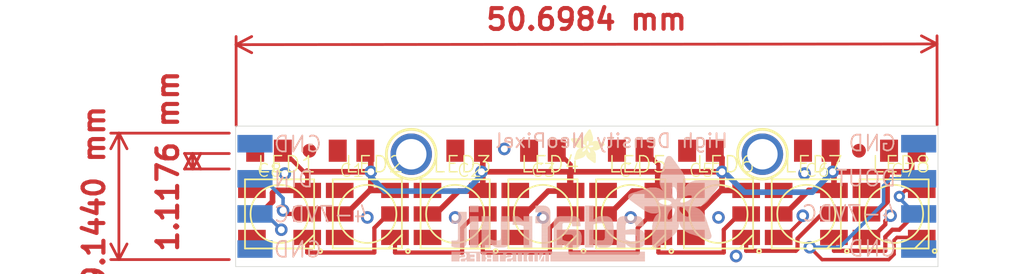
<source format=kicad_pcb>
(kicad_pcb (version 20211014) (generator pcbnew)
  (layers (0 "F.Cu" signal) (31 "B.Cu" signal) (34 "B.Paste" user) (35 "F.Paste" user) (36 "B.SilkS" user "B.Silkscreen") (37 "F.SilkS" user "F.Silkscreen") (38 "B.Mask" user) (39 "F.Mask" user) (44 "Edge.Cuts" user))
  (net 0 "")
  (net 1 "N$1")
  (net 2 "N$2")
  (net 3 "N$3")
  (net 4 "N$4")
  (net 5 "N$5")
  (net 6 "N$6")
  (net 7 "N$7")
  (net 8 "+5V")
  (net 9 "GND")
  (net 10 "N$8")
  (net 11 "N$9")
  (footprint "xxx:MOUNTINGHOLE_2.0_PLATED" (layer "F.Cu") (at 135.8011 101.9556)
    (fp_text reference "U$2" hide)
    (fp_text value "MOUNTINGHOLE2.0" hide)
    (pad "P$1" thru_hole circle (at 0 0) (size 3 3) (drill 2.2) (layers *.Cu *.Mask))
  )
  (footprint "xxx:C0805K" (layer "F.Cu") (at 156.7561 101.7016 180)
    (fp_text reference "C5" (at -1 -0.875 180) (layer "F.SilkS") (effects (font (size 0.93472 0.93472) (thickness 0.08128)) (justify right top)))
    (fp_text value "")
    (pad "1" smd rect (at -1 0 180) (size 1.3 1.6) (layers "F.Cu" "F.Paste" "F.Mask") (net 8 "+5V"))
    (pad "2" smd rect (at 1 0 180) (size 1.3 1.6) (layers "F.Cu" "F.Paste" "F.Mask") (net 9 "GND"))
  )
  (footprint "xxx:FIDUCIAL_1MM" (layer "F.Cu") (at 128.4351 101.7016)
    (fp_text reference "FID1" hide)
    (fp_text value "FIDUCIAL\"\"" hide)
    (pad "1" smd roundrect (at 0 0) (size 1 1) (layers "F.Cu" "F.Mask") (roundrect_rratio 0.5))
  )
  (footprint "xxx:C0805K" (layer "F.Cu") (at 165.1381 101.7016 180)
    (fp_text reference "C6" (at -1 -0.875 180) (layer "F.SilkS") (effects (font (size 0.93472 0.93472) (thickness 0.08128)) (justify right top)))
    (fp_text value "")
    (pad "1" smd rect (at -1 0 180) (size 1.3 1.6) (layers "F.Cu" "F.Paste" "F.Mask") (net 8 "+5V"))
    (pad "2" smd rect (at 1 0 180) (size 1.3 1.6) (layers "F.Cu" "F.Paste" "F.Mask") (net 9 "GND"))
  )
  (footprint "xxx:WS28115050" (layer "F.Cu") (at 164.3761 106.2736)
    (fp_text reference "LED7" (at -1.7 -2.9) (layer "F.SilkS") (effects (font (size 1.1684 1.1684) (thickness 0.1016)) (justify left bottom)))
    (fp_text value "WS28115050")
    (pad "DI" smd rect (at 2 0) (size 2 1.1) (layers "F.Cu" "F.Paste" "F.Mask") (net 6 "N$6"))
    (pad "DO" smd rect (at 2 1.7) (size 2 1.1) (layers "F.Cu" "F.Paste" "F.Mask") (net 7 "N$7"))
    (pad "LEDVDD" smd rect (at -2 0) (size 2 1.1) (layers "F.Cu" "F.Paste" "F.Mask") (net 8 "+5V"))
    (pad "NC" smd rect (at -2 -1.7) (size 2 1.1) (layers "F.Cu" "F.Paste" "F.Mask"))
    (pad "VDD" smd rect (at 2 -1.7) (size 2 1.1) (layers "F.Cu" "F.Paste" "F.Mask") (net 8 "+5V"))
    (pad "VSS" smd rect (at -2 1.7) (size 2 1.1) (layers "F.Cu" "F.Paste" "F.Mask") (net 9 "GND"))
  )
  (footprint "xxx:C0805K" (layer "F.Cu") (at 125.5141 101.7016 180)
    (fp_text reference "C8" (at -1 -0.875 180) (layer "F.SilkS") (effects (font (size 0.93472 0.93472) (thickness 0.08128)) (justify right top)))
    (fp_text value "")
    (pad "1" smd rect (at -1 0 180) (size 1.3 1.6) (layers "F.Cu" "F.Paste" "F.Mask") (net 8 "+5V"))
    (pad "2" smd rect (at 1 0 180) (size 1.3 1.6) (layers "F.Cu" "F.Paste" "F.Mask") (net 9 "GND"))
  )
  (footprint "xxx:WS28115050" (layer "F.Cu") (at 132.6261 106.2736)
    (fp_text reference "LED2" (at -1.7 -2.9) (layer "F.SilkS") (effects (font (size 1.1684 1.1684) (thickness 0.1016)) (justify left bottom)))
    (fp_text value "WS28115050")
    (pad "DI" smd rect (at 2 0) (size 2 1.1) (layers "F.Cu" "F.Paste" "F.Mask") (net 1 "N$1"))
    (pad "DO" smd rect (at 2 1.7) (size 2 1.1) (layers "F.Cu" "F.Paste" "F.Mask") (net 2 "N$2"))
    (pad "LEDVDD" smd rect (at -2 0) (size 2 1.1) (layers "F.Cu" "F.Paste" "F.Mask") (net 8 "+5V"))
    (pad "NC" smd rect (at -2 -1.7) (size 2 1.1) (layers "F.Cu" "F.Paste" "F.Mask"))
    (pad "VDD" smd rect (at 2 -1.7) (size 2 1.1) (layers "F.Cu" "F.Paste" "F.Mask") (net 8 "+5V"))
    (pad "VSS" smd rect (at -2 1.7) (size 2 1.1) (layers "F.Cu" "F.Paste" "F.Mask") (net 9 "GND"))
  )
  (footprint "xxx:WS28115050" (layer "F.Cu") (at 158.0261 106.2736)
    (fp_text reference "LED6" (at -1.7 -2.9) (layer "F.SilkS") (effects (font (size 1.1684 1.1684) (thickness 0.1016)) (justify left bottom)))
    (fp_text value "WS28115050")
    (pad "DI" smd rect (at 2 0) (size 2 1.1) (layers "F.Cu" "F.Paste" "F.Mask") (net 5 "N$5"))
    (pad "DO" smd rect (at 2 1.7) (size 2 1.1) (layers "F.Cu" "F.Paste" "F.Mask") (net 6 "N$6"))
    (pad "LEDVDD" smd rect (at -2 0) (size 2 1.1) (layers "F.Cu" "F.Paste" "F.Mask") (net 8 "+5V"))
    (pad "NC" smd rect (at -2 -1.7) (size 2 1.1) (layers "F.Cu" "F.Paste" "F.Mask"))
    (pad "VDD" smd rect (at 2 -1.7) (size 2 1.1) (layers "F.Cu" "F.Paste" "F.Mask") (net 8 "+5V"))
    (pad "VSS" smd rect (at -2 1.7) (size 2 1.1) (layers "F.Cu" "F.Paste" "F.Mask") (net 9 "GND"))
  )
  (footprint "xxx:MOUNTINGHOLE_2.0_PLATED" (layer "F.Cu") (at 161.2011 101.9556)
    (fp_text reference "U$3" hide)
    (fp_text value "MOUNTINGHOLE2.0" hide)
    (pad "P$1" thru_hole circle (at 0 0) (size 3 3) (drill 2.2) (layers *.Cu *.Mask))
  )
  (footprint "xxx:C0805K" (layer "F.Cu") (at 131.4831 101.7016 180)
    (fp_text reference "C1" (at -1 -0.875 180) (layer "F.SilkS") (effects (font (size 0.93472 0.93472) (thickness 0.08128)) (justify right top)))
    (fp_text value "")
    (pad "1" smd rect (at -1 0 180) (size 1.3 1.6) (layers "F.Cu" "F.Paste" "F.Mask") (net 8 "+5V"))
    (pad "2" smd rect (at 1 0 180) (size 1.3 1.6) (layers "F.Cu" "F.Paste" "F.Mask") (net 9 "GND"))
  )
  (footprint "xxx:WS28115050" (layer "F.Cu") (at 145.3261 106.2736)
    (fp_text reference "LED4" (at -1.7 -2.9) (layer "F.SilkS") (effects (font (size 1.1684 1.1684) (thickness 0.1016)) (justify left bottom)))
    (fp_text value "WS28115050")
    (pad "DI" smd rect (at 2 0) (size 2 1.1) (layers "F.Cu" "F.Paste" "F.Mask") (net 3 "N$3"))
    (pad "DO" smd rect (at 2 1.7) (size 2 1.1) (layers "F.Cu" "F.Paste" "F.Mask") (net 4 "N$4"))
    (pad "LEDVDD" smd rect (at -2 0) (size 2 1.1) (layers "F.Cu" "F.Paste" "F.Mask") (net 8 "+5V"))
    (pad "NC" smd rect (at -2 -1.7) (size 2 1.1) (layers "F.Cu" "F.Paste" "F.Mask"))
    (pad "VDD" smd rect (at 2 -1.7) (size 2 1.1) (layers "F.Cu" "F.Paste" "F.Mask") (net 8 "+5V"))
    (pad "VSS" smd rect (at -2 1.7) (size 2 1.1) (layers "F.Cu" "F.Paste" "F.Mask") (net 9 "GND"))
  )
  (footprint "xxx:WS28115050" (layer "F.Cu") (at 126.2761 106.2736)
    (fp_text reference "LED1" (at -1.7 -2.9) (layer "F.SilkS") (effects (font (size 1.1684 1.1684) (thickness 0.1016)) (justify left bottom)))
    (fp_text value "WS28115050")
    (pad "DI" smd rect (at 2 0) (size 2 1.1) (layers "F.Cu" "F.Paste" "F.Mask") (net 10 "N$8"))
    (pad "DO" smd rect (at 2 1.7) (size 2 1.1) (layers "F.Cu" "F.Paste" "F.Mask") (net 1 "N$1"))
    (pad "LEDVDD" smd rect (at -2 0) (size 2 1.1) (layers "F.Cu" "F.Paste" "F.Mask") (net 8 "+5V"))
    (pad "NC" smd rect (at -2 -1.7) (size 2 1.1) (layers "F.Cu" "F.Paste" "F.Mask"))
    (pad "VDD" smd rect (at 2 -1.7) (size 2 1.1) (layers "F.Cu" "F.Paste" "F.Mask") (net 8 "+5V"))
    (pad "VSS" smd rect (at -2 1.7) (size 2 1.1) (layers "F.Cu" "F.Paste" "F.Mask") (net 9 "GND"))
  )
  (footprint "xxx:C0805K" (layer "F.Cu") (at 139.9921 101.7016 180)
    (fp_text reference "C2" (at -1 -0.875 180) (layer "F.SilkS") (effects (font (size 0.93472 0.93472) (thickness 0.08128)) (justify right top)))
    (fp_text value "")
    (pad "1" smd rect (at -1 0 180) (size 1.3 1.6) (layers "F.Cu" "F.Paste" "F.Mask") (net 8 "+5V"))
    (pad "2" smd rect (at 1 0 180) (size 1.3 1.6) (layers "F.Cu" "F.Paste" "F.Mask") (net 9 "GND"))
  )
  (footprint "xxx:FIDUCIAL_1MM" (layer "F.Cu") (at 168.1861 101.7016)
    (fp_text reference "FID3" hide)
    (fp_text value "FIDUCIAL\"\"" hide)
    (pad "1" smd roundrect (at 0 0) (size 1 1) (layers "F.Cu" "F.Mask") (roundrect_rratio 0.5))
  )
  (footprint "xxx:C0805K" (layer "F.Cu") (at 171.3611 101.7016 180)
    (fp_text reference "C7" (at -1 -0.875 180) (layer "F.SilkS") (effects (font (size 0.93472 0.93472) (thickness 0.08128)) (justify right top)))
    (fp_text value "")
    (pad "1" smd rect (at -1 0 180) (size 1.3 1.6) (layers "F.Cu" "F.Paste" "F.Mask") (net 8 "+5V"))
    (pad "2" smd rect (at 1 0 180) (size 1.3 1.6) (layers "F.Cu" "F.Paste" "F.Mask") (net 9 "GND"))
  )
  (footprint "xxx:ADAFRUIT_2.5MM" (layer "F.Cu") (at 147.3581 102.5906)
    (fp_text reference "U$4" hide)
    (fp_text value "" hide)
  )
  (footprint "xxx:WS28115050" (layer "F.Cu") (at 151.6761 106.2736)
    (fp_text reference "LED5" (at -1.7 -2.9) (layer "F.SilkS") (effects (font (size 1.1684 1.1684) (thickness 0.1016)) (justify left bottom)))
    (fp_text value "WS28115050")
    (pad "DI" smd rect (at 2 0) (size 2 1.1) (layers "F.Cu" "F.Paste" "F.Mask") (net 4 "N$4"))
    (pad "DO" smd rect (at 2 1.7) (size 2 1.1) (layers "F.Cu" "F.Paste" "F.Mask") (net 5 "N$5"))
    (pad "LEDVDD" smd rect (at -2 0) (size 2 1.1) (layers "F.Cu" "F.Paste" "F.Mask") (net 8 "+5V"))
    (pad "NC" smd rect (at -2 -1.7) (size 2 1.1) (layers "F.Cu" "F.Paste" "F.Mask"))
    (pad "VDD" smd rect (at 2 -1.7) (size 2 1.1) (layers "F.Cu" "F.Paste" "F.Mask") (net 8 "+5V"))
    (pad "VSS" smd rect (at -2 1.7) (size 2 1.1) (layers "F.Cu" "F.Paste" "F.Mask") (net 9 "GND"))
  )
  (footprint "xxx:C0805K" (layer "F.Cu") (at 145.3261 101.7016 180)
    (fp_text reference "C3" (at -1 -0.875 180) (layer "F.SilkS") (effects (font (size 0.93472 0.93472) (thickness 0.08128)) (justify right top)))
    (fp_text value "")
    (pad "1" smd rect (at -1 0 180) (size 1.3 1.6) (layers "F.Cu" "F.Paste" "F.Mask") (net 8 "+5V"))
    (pad "2" smd rect (at 1 0 180) (size 1.3 1.6) (layers "F.Cu" "F.Paste" "F.Mask") (net 9 "GND"))
  )
  (footprint "xxx:WS28115050" (layer "F.Cu") (at 170.7261 106.2736)
    (fp_text reference "LED8" (at -1.7 -2.9) (layer "F.SilkS") (effects (font (size 1.1684 1.1684) (thickness 0.1016)) (justify left bottom)))
    (fp_text value "WS28115050")
    (pad "DI" smd rect (at 2 0) (size 2 1.1) (layers "F.Cu" "F.Paste" "F.Mask") (net 7 "N$7"))
    (pad "DO" smd rect (at 2 1.7) (size 2 1.1) (layers "F.Cu" "F.Paste" "F.Mask") (net 11 "N$9"))
    (pad "LEDVDD" smd rect (at -2 0) (size 2 1.1) (layers "F.Cu" "F.Paste" "F.Mask") (net 8 "+5V"))
    (pad "NC" smd rect (at -2 -1.7) (size 2 1.1) (layers "F.Cu" "F.Paste" "F.Mask"))
    (pad "VDD" smd rect (at 2 -1.7) (size 2 1.1) (layers "F.Cu" "F.Paste" "F.Mask") (net 8 "+5V"))
    (pad "VSS" smd rect (at -2 1.7) (size 2 1.1) (layers "F.Cu" "F.Paste" "F.Mask") (net 9 "GND"))
  )
  (footprint "xxx:WS28115050" (layer "F.Cu") (at 138.9761 106.2736)
    (fp_text reference "LED3" (at -1.7 -2.9) (layer "F.SilkS") (effects (font (size 1.1684 1.1684) (thickness 0.1016)) (justify left bottom)))
    (fp_text value "WS28115050")
    (pad "DI" smd rect (at 2 0) (size 2 1.1) (layers "F.Cu" "F.Paste" "F.Mask") (net 2 "N$2"))
    (pad "DO" smd rect (at 2 1.7) (size 2 1.1) (layers "F.Cu" "F.Paste" "F.Mask") (net 3 "N$3"))
    (pad "LEDVDD" smd rect (at -2 0) (size 2 1.1) (layers "F.Cu" "F.Paste" "F.Mask") (net 8 "+5V"))
    (pad "NC" smd rect (at -2 -1.7) (size 2 1.1) (layers "F.Cu" "F.Paste" "F.Mask"))
    (pad "VDD" smd rect (at 2 -1.7) (size 2 1.1) (layers "F.Cu" "F.Paste" "F.Mask") (net 8 "+5V"))
    (pad "VSS" smd rect (at -2 1.7) (size 2 1.1) (layers "F.Cu" "F.Paste" "F.Mask") (net 9 "GND"))
  )
  (footprint "xxx:C0805K" (layer "F.Cu") (at 151.6761 101.7016 180)
    (fp_text reference "C4" (at -1 -0.875 180) (layer "F.SilkS") (effects (font (size 0.93472 0.93472) (thickness 0.08128)) (justify right top)))
    (fp_text value "")
    (pad "1" smd rect (at -1 0 180) (size 1.3 1.6) (layers "F.Cu" "F.Paste" "F.Mask") (net 8 "+5V"))
    (pad "2" smd rect (at 1 0 180) (size 1.3 1.6) (layers "F.Cu" "F.Paste" "F.Mask") (net 9 "GND"))
  )
  (footprint "xxx:ADAFRUIT_TEXT_20MM" (layer "B.Cu") (at 158.2801 109.7026 180)
    (fp_text reference "U$1" hide)
    (fp_text value "" hide)
  )
  (footprint "xxx:1X4-SMT" (layer "B.Cu") (at 124.4981 105.0036 90)
    (fp_text reference "CN2" hide)
    (fp_text value "1X4SMT" hide)
    (pad "1" smd rect (at -3.81 0 90) (size 1.27 2.54) (layers "B.Cu" "B.Paste" "B.Mask") (net 9 "GND"))
    (pad "2" smd rect (at -1.27 0 90) (size 1.27 2.54) (layers "B.Cu" "B.Paste" "B.Mask") (net 8 "+5V"))
    (pad "3" smd rect (at 1.27 0 90) (size 1.27 2.54) (layers "B.Cu" "B.Paste" "B.Mask") (net 10 "N$8"))
    (pad "4" smd rect (at 3.81 0 90) (size 1.27 2.54) (layers "B.Cu" "B.Paste" "B.Mask") (net 9 "GND"))
  )
  (footprint "xxx:1X4-SMT" (layer "B.Cu") (at 172.5041 105.0036 -90)
    (fp_text reference "CN1" hide)
    (fp_text value "1X4SMT" hide)
    (pad "1" smd rect (at -3.81 0 270) (size 1.27 2.54) (layers "B.Cu" "B.Paste" "B.Mask") (net 9 "GND"))
    (pad "2" smd rect (at -1.27 0 270) (size 1.27 2.54) (layers "B.Cu" "B.Paste" "B.Mask") (net 11 "N$9"))
    (pad "3" smd rect (at 1.27 0 270) (size 1.27 2.54) (layers "B.Cu" "B.Paste" "B.Mask") (net 8 "+5V"))
    (pad "4" smd rect (at 3.81 0 270) (size 1.27 2.54) (layers "B.Cu" "B.Paste" "B.Mask") (net 9 "GND"))
  )
  (gr_line (start 123.1011 110.0836) (end 173.9011 110.0836) (layer "Edge.Cuts") (width 0.05))
  (gr_line (start 173.9011 99.9236) (end 123.1011 99.9236) (layer "Edge.Cuts") (width 0.05))
  (gr_line (start 173.9011 110.0836) (end 173.9011 99.9236) (layer "Edge.Cuts") (width 0.05))
  (gr_line (start 123.1011 99.9236) (end 123.1011 110.0836) (layer "Edge.Cuts") (width 0.05))
  (gr_text "DIN" (at 125.7681 103.0986) (layer "B.SilkS") (effects (font (size 1.143 1.143) (thickness 0.127)) (justify right top mirror)))
  (gr_text "4-7VDC" (at 170.9801 106.9086) (layer "B.SilkS") (effects (font (size 1.143 1.143) (thickness 0.127)) (justify left bottom mirror)))
  (gr_text "High Density NeoPixel" (at 158.7881 101.5746) (layer "B.SilkS") (effects (font (size 1.00584 1.00584) (thickness 0.13716)) (justify left bottom mirror)))
  (gr_text "4-7VDC" (at 125.7681 105.6386) (layer "B.SilkS") (effects (font (size 1.143 1.143) (thickness 0.127)) (justify right top mirror)))
  (gr_text "GND" (at 125.7681 100.5586) (layer "B.SilkS") (effects (font (size 1.143 1.143) (thickness 0.127)) (justify right top mirror)))
  (gr_text "GND" (at 170.9801 109.4486) (layer "B.SilkS") (effects (font (size 1.143 1.143) (thickness 0.127)) (justify left bottom mirror)))
  (gr_text "GND" (at 125.7681 108.1786) (layer "B.SilkS") (effects (font (size 1.143 1.143) (thickness 0.127)) (justify right top mirror)))
  (gr_text "DOUT" (at 170.9801 104.3686) (layer "B.SilkS") (effects (font (size 1.143 1.143) (thickness 0.127)) (justify left bottom mirror)))
  (gr_text "GND" (at 170.9801 101.8286) (layer "B.SilkS") (effects (font (size 1.143 1.143) (thickness 0.127)) (justify left bottom mirror)))
  (dimension (type aligned) (layer "F.Cu") (pts (xy 123.1392 101.9048) (xy 123.1392 103.0224)) (height 3.1496) (gr_text "1.1176 mm" (at 118.1896 102.4636 90) (layer "F.Cu") (effects (font (size 1.5 1.5) (thickness 0.3)))) (format (units 3) (units_format 1) (precision 4)) (style (thickness 0.2) (arrow_length 1.27) (text_position_mode 0) (extension_height 0.58642) (extension_offset 0.5) keep_text_aligned))
  (dimension (type aligned) (layer "F.Cu") (pts (xy 123.1392 100.3808) (xy 173.8376 100.33)) (height -6.351065) (gr_text "50.6984 mm" (at 148.480232 92.204339 0.0574105815) (layer "F.Cu") (effects (font (size 1.5 1.5) (thickness 0.3)))) (format (units 3) (units_format 1) (precision 4)) (style (thickness 0.2) (arrow_length 1.27) (text_position_mode 0) (extension_height 0.58642) (extension_offset 0.5) keep_text_aligned))
  (dimension (type aligned) (layer "F.Cu") (pts (xy 123.1392 100.4316) (xy 123.1392 109.5756)) (height 8.4836) (gr_text "9.1440 mm" (at 112.8556 105.0036 90) (layer "F.Cu") (effects (font (size 1.5 1.5) (thickness 0.3)))) (format (units 3) (units_format 1) (precision 4)) (style (thickness 0.2) (arrow_length 1.27) (text_position_mode 0) (extension_height 0.58642) (extension_offset 0.5) keep_text_aligned))
  (segment (start 128.2761 107.9736) (end 128.2761 109.0676) (width 0.3048) (layer "F.Cu") (net 1))
  (segment (start 128.2761 109.0676) (end 133.1341 109.0676) (width 0.3048) (layer "F.Cu") (net 1))
  (segment (start 134.1501 106.2736) (end 134.6261 106.2736) (width 0.3048) (layer "F.Cu") (net 1))
  (segment (start 133.1341 109.0676) (end 133.1341 107.2896) (width 0.3048) (layer "F.Cu") (net 1))
  (segment (start 133.1341 107.2896) (end 134.1501 106.2736) (width 0.3048) (layer "F.Cu") (net 1))
  (segment (start 140.5001 106.2736) (end 140.9761 106.2736) (width 0.3048) (layer "F.Cu") (net 2))
  (segment (start 139.4841 107.2896) (end 140.5001 106.2736) (width 0.3048) (layer "F.Cu") (net 2))
  (segment (start 139.4841 109.0676) (end 139.4841 107.2896) (width 0.3048) (layer "F.Cu") (net 2))
  (segment (start 134.6261 109.0676) (end 139.4841 109.0676) (width 0.3048) (layer "F.Cu") (net 2))
  (segment (start 134.6261 107.9736) (end 134.6261 109.0676) (width 0.3048) (layer "F.Cu") (net 2))
  (segment (start 145.8341 109.0676) (end 145.8341 107.2896) (width 0.3048) (layer "F.Cu") (net 3))
  (segment (start 140.9761 107.9736) (end 140.9761 109.0676) (width 0.3048) (layer "F.Cu") (net 3))
  (segment (start 140.9761 109.0676) (end 145.8341 109.0676) (width 0.3048) (layer "F.Cu") (net 3))
  (segment (start 145.8341 107.2896) (end 146.8501 106.2736) (width 0.3048) (layer "F.Cu") (net 3))
  (segment (start 146.8501 106.2736) (end 147.3261 106.2736) (width 0.3048) (layer "F.Cu") (net 3))
  (segment (start 152.1841 109.0676) (end 152.1841 107.2896) (width 0.3048) (layer "F.Cu") (net 4))
  (segment (start 147.3261 109.0676) (end 152.1841 109.0676) (width 0.3048) (layer "F.Cu") (net 4))
  (segment (start 153.2001 106.2736) (end 153.6761 106.2736) (width 0.3048) (layer "F.Cu") (net 4))
  (segment (start 147.3261 107.9736) (end 147.3261 109.0676) (width 0.3048) (layer "F.Cu") (net 4))
  (segment (start 152.1841 107.2896) (end 153.2001 106.2736) (width 0.3048) (layer "F.Cu") (net 4))
  (segment (start 158.4071 109.0676) (end 158.4071 107.4166) (width 0.3048) (layer "F.Cu") (net 5))
  (segment (start 159.5501 106.2736) (end 160.0261 106.2736) (width 0.3048) (layer "F.Cu") (net 5))
  (segment (start 153.6761 109.0676) (end 158.4071 109.0676) (width 0.3048) (layer "F.Cu") (net 5))
  (segment (start 158.4071 107.4166) (end 159.5501 106.2736) (width 0.3048) (layer "F.Cu") (net 5))
  (segment (start 153.6761 107.9736) (end 153.6761 109.0676) (width 0.3048) (layer "F.Cu") (net 5))
  (segment (start 165.5191 106.2736) (end 166.3761 106.2736) (width 0.3048) (layer "F.Cu") (net 6))
  (segment (start 163.6141 108.9406) (end 163.7411 108.8136) (width 0.3048) (layer "F.Cu") (net 6))
  (segment (start 163.7411 108.0516) (end 165.5191 106.2736) (width 0.3048) (layer "F.Cu") (net 6))
  (segment (start 160.0261 107.9736) (end 160.0261 108.9406) (width 0.3048) (layer "F.Cu") (net 6))
  (segment (start 160.0261 108.9406) (end 163.6141 108.9406) (width 0.3048) (layer "F.Cu") (net 6))
  (segment (start 163.7411 108.8136) (end 163.7411 108.0516) (width 0.3048) (layer "F.Cu") (net 6))
  (segment (start 166.3761 107.9736) (end 166.3761 108.9406) (width 0.3048) (layer "F.Cu") (net 7))
  (segment (start 170.0911 107.9246) (end 170.5991 107.4166) (width 0.3048) (layer "F.Cu") (net 7))
  (segment (start 171.1071 107.4166) (end 172.2501 106.2736) (width 0.3048) (layer "F.Cu") (net 7))
  (segment (start 172.2501 106.2736) (end 172.7261 106.2736) (width 0.3048) (layer "F.Cu") (net 7))
  (segment (start 170.0911 108.9406) (end 170.0911 107.9246) (width 0.3048) (layer "F.Cu") (net 7))
  (segment (start 166.3761 108.9406) (end 170.0911 108.9406) (width 0.3048) (layer "F.Cu") (net 7))
  (segment (start 170.5991 107.4166) (end 171.1071 107.4166) (width 0.3048) (layer "F.Cu") (net 7))
  (segment (start 156.5021 106.2736) (end 158.2021 104.5736) (width 0.4064) (layer "F.Cu") (net 8))
  (segment (start 139.2301 104.6226) (end 140.9271 104.6226) (width 0.4064) (layer "F.Cu") (net 8))
  (segment (start 153.6271 104.6226) (end 153.6271 103.2256) (width 0.4064) (layer "F.Cu") (net 8))
  (segment (start 170.2181 103.2256) (end 171.9961 103.2256) (width 0.4064) (layer "F.Cu") (net 8))
  (segment (start 171.9961 103.2256) (end 171.9961 104.4956) (width 0.4064) (layer "F.Cu") (net 8))
  (segment (start 147.3261 102.7016) (end 147.3261 103.2256) (width 0.3048) (layer "F.Cu") (net 8))
  (segment (start 128.2921 103.4796) (end 126.5141 101.7016) (width 0.3048) (layer "F.Cu") (net 8))
  (segment (start 128.327553 103.2256) (end 132.8801 103.2256) (width 0.4064) (layer "F.Cu") (net 8))
  (segment (start 166.3761 103.2256) (end 166.3761 104.5736) (width 0.4064) (layer "F.Cu") (net 8))
  (segment (start 153.6761 103.2256) (end 158.2801 103.2256) (width 0.4064) (layer "F.Cu") (net 8))
  (segment (start 125.9441 104.5736) (end 125.7681 104.7496) (width 0.4064) (layer "F.Cu") (net 8))
  (segment (start 128.2761 103.174147) (end 128.327553 103.2256) (width 0.4064) (layer "F.Cu") (net 8))
  (segment (start 170.2181 105.3846) (end 170.2181 103.2256) (width 0.4064) (layer "F.Cu") (net 8))
  (segment (start 140.9761 101.7176) (end 140.9761 103.2256) (width 0.4064) (layer "F.Cu") (net 8))
  (segment (start 153.6761 103.2256) (end 153.6761 104.5736) (width 0.3048) (layer "F.Cu") (net 8))
  (segment (start 157.7561 101.7016) (end 158.2801 102.2256) (width 0.4064) (layer "F.Cu") (net 8))
  (segment (start 172.0741 104.5736) (end 172.7261 104.5736) (width 0.254) (layer "F.Cu") (net 8))
  (segment (start 147.3261 103.2256) (end 153.6271 103.2256) (width 0.4064) (layer "F.Cu") (net 8))
  (segment (start 137.5791 106.2736) (end 139.2301 104.6226) (width 0.4064) (layer "F.Cu") (net 8))
  (segment (start 162.3761 106.2736) (end 162.8521 106.2736) (width 0.4064) (layer "F.Cu") (net 8))
  (segment (start 145.7071 104.6226) (end 147.2771 104.6226) (width 0.4064) (layer "F.Cu") (net 8))
  (segment (start 153.6761 102.7016) (end 153.6761 103.2256) (width 0.3048) (layer "F.Cu") (net 8))
  (segment (start 169.3291 106.2736) (end 170.2181 105.3846) (width 0.4064) (layer "F.Cu") (net 8))
  (segment (start 158.2801 102.2256) (end 158.2801 103.2256) (width 0.4064) (layer "F.Cu") (net 8))
  (segment (start 149.6761 106.2736) (end 150.1521 106.2736) (width 0.4064) (layer "F.Cu") (net 8))
  (segment (start 152.6761 101.7016) (end 153.6761 102.7016) (width 0.3048) (layer "F.Cu") (net 8))
  (segment (start 147.2771 103.2256) (end 140.9761 103.2256) (width 0.4064) (layer "F.Cu") (net 8))
  (segment (start 156.0261 106.2736) (end 156.5021 106.2736) (width 0.4064) (layer "F.Cu") (net 8))
  (segment (start 171.9961 101.9716) (end 171.9961 103.2256) (width 0.4064) (layer "F.Cu") (net 8))
  (segment (start 132.4831 101.7016) (end 132.8801 102.0986) (width 0.4064) (layer "F.Cu") (net 8))
  (segment (start 132.8801 102.0986) (end 132.8801 103.2256) (width 0.4064) (layer "F.Cu") (net 8))
  (segment (start 131.1021 106.2736) (end 132.8021 104.5736) (width 0.4064) (layer "F.Cu") (net 8))
  (segment (start 126.4031 107.4166) (end 125.2601 106.2736) (width 0.254) (layer "F.Cu") (net 8))
  (segment (start 172.0911 101.9716) (end 172.3611 101.7016) (width 0.254) (layer "F.Cu") (net 8))
  (segment (start 136.9761 106.2736) (end 137.5791 106.2736) (width 0.4064) (layer "F.Cu") (net 8))
  (segment (start 144.0561 106.2736) (end 145.7071 104.6226) (width 0.4064) (layer "F.Cu") (net 8))
  (segment (start 125.7681 105.3846) (end 124.8791 106.2736) (width 0.4064) (layer "F.Cu") (net 8))
  (segment (start 140.9761 104.5736) (end 140.9761 103.2256) (width 0.4064) (layer "F.Cu") (net 8))
  (segment (start 128.2921 104.5736) (end 128.2921 103.4796) (width 0.3048) (layer "F.Cu") (net 8))
  (segment (start 132.8801 104.5736) (end 134.6261 104.5736) (width 0.4064) (layer "F.Cu") (net 8))
  (segment (start 125.7681 104.7496) (end 125.7681 105.3846) (width 0.4064) (layer "F.Cu") (net 8))
  (segment (start 132.8801 103.2256) (end 132.8801 104.5736) (width 0.4064) (layer "F.Cu") (net 8))
  (segment (start 158.2801 104.5736) (end 160.0261 104.5736) (width 0.4064) (layer "F.Cu") (net 8))
  (segment (start 147.2771 104.6226) (end 147.3261 104.5736) (width 0.4064) (layer "F.Cu") (net 8))
  (segment (start 147.2771 103.2256) (end 147.3261 103.2256) (width 0.4064) (layer "F.Cu") (net 8))
  (segment (start 166.3761 103.2256) (end 166.2811 103.2256) (width 0.4064) (layer "F.Cu") (net 8))
  (segment (start 158.2801 103.2256) (end 158.2801 104.5736) (width 0.4064) (layer "F.Cu") (net 8))
  (segment (start 140.9921 101.7016) (end 140.9761 101.7176) (width 0.4064) (layer "F.Cu") (net 8))
  (segment (start 153.6271 103.2256) (end 153.6761 103.2256) (width 0.4064) (layer "F.Cu") (net 8))
  (segment (start 150.1521 106.2736) (end 151.8031 104.6226) (width 0.4064) (layer "F.Cu") (net 8))
  (segment (start 132.8021 104.5736) (end 132.8801 104.5736) (width 0.4064) (layer "F.Cu") (net 8))
  (segment (start 171.9961 104.4956) (end 172.0741 104.5736) (width 0.4064) (layer "F.Cu") (net 8))
  (segment (start 125.2601 106.2736) (end 124.8791 106.2736) (width 0.254) (layer "F.Cu") (net 8))
  (segment (start 124.8791 106.2736) (end 124.2761 106.2736) (width 0.254) (layer "F.Cu") (net 8))
  (segment (start 168.7261 106.2736) (end 169.3291 106.2736) (width 0.4064) (layer "F.Cu") (net 8))
  (segment (start 128.2761 104.5736) (end 128.2921 104.5736) (width 0.3048) (layer "F.Cu") (net 8))
  (segment (start 128.2761 104.5736) (end 128.2761 103.174147) (width 0.3048) (layer "F.Cu") (net 8))
  (segment (start 147.3261 104.5736) (end 147.3261 103.2256) (width 0.4064) (layer "F.Cu") (net 8))
  (segment (start 140.9761 103.2256) (end 140.8811 103.2256) (width 0.4064) (layer "F.Cu") (net 8))
  (segment (start 128.2761 104.5736) (end 125.9441 104.5736) (width 0.4064) (layer "F.Cu") (net 8))
  (segment (start 166.3761 101.7016) (end 166.3761 103.2256) (width 0.4064) (layer "F.Cu") (net 8))
  (segment (start 153.6271 104.6226) (end 153.6761 104.5736) (width 0.4064) (layer "F.Cu") (net 8))
  (segment (start 134.6261 104.5736) (end 134.6741 104.5256) (width 0.3048) (layer "F.Cu") (net 8))
  (segment (start 158.2021 104.5736) (end 158.2801 104.5736) (width 0.4064) (layer "F.Cu") (net 8))
  (segment (start 162.8521 106.2736) (end 164.5521 104.5736) (width 0.4064) (layer "F.Cu") (net 8))
  (segment (start 143.3261 106.2736) (end 144.0561 106.2736) (width 0.4064) (layer "F.Cu") (net 8))
  (segment (start 146.3261 101.7016) (end 147.3261 102.7016) (width 0.3048) (layer "F.Cu") (net 8))
  (segment (start 171.5371 104.5736) (end 172.7261 104.5736) (width 0.254) (layer "F.Cu") (net 8))
  (segment (start 130.6261 106.2736) (end 131.1021 106.2736) (width 0.4064) (layer "F.Cu") (net 8))
  (segment (start 147.2771 104.6226) (end 147.2771 103.2256) (width 0.4064) (layer "F.Cu") (net 8))
  (segment (start 164.5521 104.5736) (end 166.3761 104.5736) (width 0.4064) (layer "F.Cu") (net 8))
  (segment (start 140.9271 104.6226) (end 140.9761 104.5736) (width 0.4064) (layer "F.Cu") (net 8))
  (segment (start 166.3761 103.2256) (end 170.2181 103.2256) (width 0.4064) (layer "F.Cu") (net 8))
  (segment (start 151.8031 104.6226) (end 153.6271 104.6226) (width 0.4064) (layer "F.Cu") (net 8))
  (segment (start 166.1381 101.7016) (end 166.3761 101.7016) (width 0.4064) (layer "F.Cu") (net 8))
  (segment (start 171.1071 105.0036) (end 171.5371 104.5736) (width 0.254) (layer "F.Cu") (net 8))
  (segment (start 171.9961 101.9716) (end 172.0911 101.9716) (width 0.254) (layer "F.Cu") (net 8))
  (via (at 140.8811 103.2256) (size 0.9064) (drill 0.5) (layers "F.Cu" "B.Cu") (net 8))
  (via (at 171.1071 105.0036) (size 0.8064) (drill 0.4) (layers "F.Cu" "B.Cu") (net 8))
  (via (at 158.2801 103.2256) (size 0.9064) (drill 0.5) (layers "F.Cu" "B.Cu") (net 8))
  (via (at 166.2811 103.2256) (size 0.9064) (drill 0.5) (layers "F.Cu" "B.Cu") (net 8))
  (via (at 132.8801 103.2256) (size 0.9064) (drill 0.5) (layers "F.Cu" "B.Cu") (net 8))
  (via (at 126.4031 107.4166) (size 0.9064) (drill 0.5) (layers "F.Cu" "B.Cu") (net 8))
  (segment (start 133.8961 104.6226) (end 132.8801 103.6066) (width 0.4064) (layer "B.Cu") (net 8))
  (segment (start 166.2811 103.2256) (end 164.8061 104.7006) (width 0.4064) (layer "B.Cu") (net 8))
  (segment (start 158.4241 103.2256) (end 158.2801 103.2256) (width 0.4064) (layer "B.Cu") (net 8))
  (segment (start 125.2601 106.2736) (end 126.4031 107.4166) (width 0.254) (layer "B.Cu") (net 8))
  (segment (start 171.1071 105.0036) (end 171.1071 105.1306) (width 0.254) (layer "B.Cu") (net 8))
  (segment (start 164.8061 104.7006) (end 159.8991 104.7006) (width 0.4064) (layer "B.Cu") (net 8))
  (segment (start 140.8811 103.4796) (end 139.7381 104.6226) (width 0.4064) (layer "B.Cu") (net 8))
  (segment (start 140.8811 103.2256) (end 140.8811 103.4796) (width 0.4064) (layer "B.Cu") (net 8))
  (segment (start 139.7381 104.6226) (end 133.8961 104.6226) (width 0.4064) (layer "B.Cu") (net 8))
  (segment (start 124.4981 106.2736) (end 125.2601 106.2736) (width 0.254) (layer "B.Cu") (net 8))
  (segment (start 132.8801 103.6066) (end 132.8801 103.2256) (width 0.4064) (layer "B.Cu") (net 8))
  (segment (start 172.2501 106.2736) (end 172.5041 106.2736) (width 0.254) (layer "B.Cu") (net 8))
  (segment (start 159.8991 104.7006) (end 158.4241 103.2256) (width 0.4064) (layer "B.Cu") (net 8))
  (segment (start 171.1071 105.1306) (end 172.2501 106.2736) (width 0.254) (layer "B.Cu") (net 8))
  (segment (start 170.0911 106.7816) (end 170.4721 106.4006) (width 0.3048) (layer "F.Cu") (net 9))
  (segment (start 162.3761 107.9736) (end 162.8031 107.9736) (width 0.254) (layer "F.Cu") (net 9))
  (segment (start 170.0911 107.0356) (end 170.0911 106.7816) (width 0.3048) (layer "F.Cu") (net 9))
  (segment (start 169.1531 107.9736) (end 170.0911 107.0356) (width 0.3048) (layer "F.Cu") (net 9))
  (segment (start 164.1221 106.6546) (end 164.1221 106.4006) (width 0.254) (layer "F.Cu") (net 9))
  (segment (start 162.8031 107.9736) (end 164.1221 106.6546) (width 0.254) (layer "F.Cu") (net 9))
  (segment (start 168.7261 107.9736) (end 169.1531 107.9736) (width 0.3048) (layer "F.Cu") (net 9))
  (via (at 145.3261 106.5276) (size 0.9064) (drill 0.5) (layers "F.Cu" "B.Cu") (net 9))
  (via (at 138.9761 106.5276) (size 0.9064) (drill 0.5) (layers "F.Cu" "B.Cu") (net 9))
  (via (at 126.6571 103.3526) (size 0.9064) (drill 0.5) (layers "F.Cu" "B.Cu") (net 9))
  (via (at 164.1221 106.4006) (size 0.9064) (drill 0.5) (layers "F.Cu" "B.Cu") (net 9))
  (via (at 151.6761 106.5276) (size 0.9064) (drill 0.5) (layers "F.Cu" "B.Cu") (net 9))
  (via (at 164.2491 103.3526) (size 0.9064) (drill 0.5) (layers "F.Cu" "B.Cu") (net 9))
  (via (at 158.0261 106.5276) (size 0.9064) (drill 0.5) (layers "F.Cu" "B.Cu") (net 9))
  (via (at 142.5321 101.5746) (size 0.9064) (drill 0.5) (layers "F.Cu" "B.Cu") (net 9))
  (via (at 132.6261 106.5276) (size 0.9064) (drill 0.5) (layers "F.Cu" "B.Cu") (net 9))
  (via (at 159.2961 109.3216) (size 0.9064) (drill 0.5) (layers "F.Cu" "B.Cu") (net 9))
  (via (at 170.4721 106.4006) (size 0.9064) (drill 0.5) (layers "F.Cu" "B.Cu") (net 9))
  (segment (start 126.5301 106.0196) (end 126.7841 106.2736) (width 0.3048) (layer "F.Cu") (net 10))
  (segment (start 126.7841 106.2736) (end 128.2761 106.2736) (width 0.3048) (layer "F.Cu") (net 10))
  (via (at 126.5301 106.0196) (size 0.9064) (drill 0.5) (layers "F.Cu" "B.Cu") (net 10))
  (segment (start 126.5301 106.0196) (end 126.5301 105.1306) (width 0.254) (layer "B.Cu") (net 10))
  (segment (start 125.1331 103.7336) (end 124.4981 103.7336) (width 0.254) (layer "B.Cu") (net 10))
  (segment (start 126.5301 105.1306) (end 125.1331 103.7336) (width 0.254) (layer "B.Cu") (net 10))
  (segment (start 170.9311 107.9736) (end 170.7261 108.1786) (width 0.254) (layer "F.Cu") (net 11))
  (segment (start 172.7261 107.9736) (end 170.9311 107.9736) (width 0.254) (layer "F.Cu") (net 11))
  (segment (start 170.3451 109.5756) (end 165.5191 109.5756) (width 0.254) (layer "F.Cu") (net 11))
  (segment (start 172.7261 107.9736) (end 172.7581 108.0056) (width 0.4064) (layer "F.Cu") (net 11))
  (segment (start 170.7261 109.1946) (end 170.3451 109.5756) (width 0.254) (layer "F.Cu") (net 11))
  (segment (start 170.7261 108.1786) (end 170.7261 109.1946) (width 0.254) (layer "F.Cu") (net 11))
  (segment (start 172.7581 108.0056) (end 172.4581 108.3056) (width 0.254) (layer "F.Cu") (net 11))
  (segment (start 165.5191 109.5756) (end 164.6301 108.6866) (width 0.254) (layer "F.Cu") (net 11))
  (via (at 164.6301 108.6866) (size 0.9064) (drill 0.5) (layers "F.Cu" "B.Cu") (net 11))
  (segment (start 166.7891 108.6866) (end 169.9641 105.5116) (width 0.254) (layer "B.Cu") (net 11))
  (segment (start 169.9641 105.5116) (end 169.9641 104.2416) (width 0.254) (layer "B.Cu") (net 11))
  (segment (start 169.9641 104.2416) (end 170.4721 103.7336) (width 0.254) (layer "B.Cu") (net 11))
  (segment (start 164.6301 108.6866) (end 166.7891 108.6866) (width 0.254) (layer "B.Cu") (net 11))
  (segment (start 170.4721 103.7336) (end 172.5041 103.7336) (width 0.254) (layer "B.Cu") (net 11))
)
</source>
